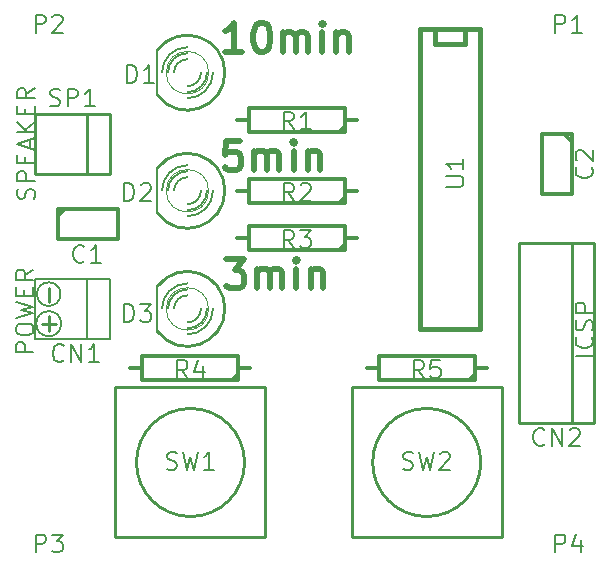
<source format=gto>
G04 (created by PCBNEW (2013-07-07 BZR 4022)-stable) date 2015/03/10 23:42:26*
%MOIN*%
G04 Gerber Fmt 3.4, Leading zero omitted, Abs format*
%FSLAX34Y34*%
G01*
G70*
G90*
G04 APERTURE LIST*
%ADD10C,0.00629921*%
%ADD11C,0.00787402*%
%ADD12C,0.00984252*%
%ADD13C,0.019685*%
%ADD14C,0.008*%
%ADD15C,0.003*%
%ADD16C,0.01*%
%ADD17C,0.006*%
%ADD18C,0.015*%
%ADD19C,0.012*%
G04 APERTURE END LIST*
G54D10*
G54D11*
X58703Y-31875D02*
X58113Y-31875D01*
X58647Y-31257D02*
X58675Y-31285D01*
X58703Y-31369D01*
X58703Y-31425D01*
X58675Y-31510D01*
X58619Y-31566D01*
X58562Y-31594D01*
X58450Y-31622D01*
X58366Y-31622D01*
X58253Y-31594D01*
X58197Y-31566D01*
X58141Y-31510D01*
X58113Y-31425D01*
X58113Y-31369D01*
X58141Y-31285D01*
X58169Y-31257D01*
X58675Y-31032D02*
X58703Y-30947D01*
X58703Y-30807D01*
X58675Y-30750D01*
X58647Y-30722D01*
X58591Y-30694D01*
X58534Y-30694D01*
X58478Y-30722D01*
X58450Y-30750D01*
X58422Y-30807D01*
X58394Y-30919D01*
X58366Y-30975D01*
X58338Y-31003D01*
X58281Y-31032D01*
X58225Y-31032D01*
X58169Y-31003D01*
X58141Y-30975D01*
X58113Y-30919D01*
X58113Y-30778D01*
X58141Y-30694D01*
X58703Y-30441D02*
X58113Y-30441D01*
X58113Y-30216D01*
X58141Y-30160D01*
X58169Y-30132D01*
X58225Y-30104D01*
X58309Y-30104D01*
X58366Y-30132D01*
X58394Y-30160D01*
X58422Y-30216D01*
X58422Y-30441D01*
X40053Y-26645D02*
X40081Y-26560D01*
X40081Y-26420D01*
X40053Y-26363D01*
X40025Y-26335D01*
X39969Y-26307D01*
X39912Y-26307D01*
X39856Y-26335D01*
X39828Y-26363D01*
X39800Y-26420D01*
X39772Y-26532D01*
X39744Y-26588D01*
X39715Y-26616D01*
X39659Y-26645D01*
X39603Y-26645D01*
X39547Y-26616D01*
X39519Y-26588D01*
X39491Y-26532D01*
X39491Y-26392D01*
X39519Y-26307D01*
X40081Y-26054D02*
X39491Y-26054D01*
X39491Y-25829D01*
X39519Y-25773D01*
X39547Y-25745D01*
X39603Y-25717D01*
X39687Y-25717D01*
X39744Y-25745D01*
X39772Y-25773D01*
X39800Y-25829D01*
X39800Y-26054D01*
X39772Y-25464D02*
X39772Y-25267D01*
X40081Y-25182D02*
X40081Y-25464D01*
X39491Y-25464D01*
X39491Y-25182D01*
X39912Y-24957D02*
X39912Y-24676D01*
X40081Y-25014D02*
X39491Y-24817D01*
X40081Y-24620D01*
X40081Y-24423D02*
X39491Y-24423D01*
X40081Y-24086D02*
X39744Y-24339D01*
X39491Y-24086D02*
X39828Y-24423D01*
X39772Y-23832D02*
X39772Y-23636D01*
X40081Y-23551D02*
X40081Y-23832D01*
X39491Y-23832D01*
X39491Y-23551D01*
X40081Y-22961D02*
X39800Y-23158D01*
X40081Y-23298D02*
X39491Y-23298D01*
X39491Y-23073D01*
X39519Y-23017D01*
X39547Y-22989D01*
X39603Y-22961D01*
X39687Y-22961D01*
X39744Y-22989D01*
X39772Y-23017D01*
X39800Y-23073D01*
X39800Y-23298D01*
X40042Y-31757D02*
X39451Y-31757D01*
X39451Y-31532D01*
X39479Y-31476D01*
X39507Y-31448D01*
X39564Y-31420D01*
X39648Y-31420D01*
X39704Y-31448D01*
X39732Y-31476D01*
X39760Y-31532D01*
X39760Y-31757D01*
X39451Y-31054D02*
X39451Y-30942D01*
X39479Y-30885D01*
X39535Y-30829D01*
X39648Y-30801D01*
X39845Y-30801D01*
X39957Y-30829D01*
X40014Y-30885D01*
X40042Y-30942D01*
X40042Y-31054D01*
X40014Y-31110D01*
X39957Y-31167D01*
X39845Y-31195D01*
X39648Y-31195D01*
X39535Y-31167D01*
X39479Y-31110D01*
X39451Y-31054D01*
X39451Y-30604D02*
X40042Y-30464D01*
X39620Y-30351D01*
X40042Y-30239D01*
X39451Y-30098D01*
X39732Y-29873D02*
X39732Y-29676D01*
X40042Y-29592D02*
X40042Y-29873D01*
X39451Y-29873D01*
X39451Y-29592D01*
X40042Y-29001D02*
X39760Y-29198D01*
X40042Y-29339D02*
X39451Y-29339D01*
X39451Y-29114D01*
X39479Y-29057D01*
X39507Y-29029D01*
X39564Y-29001D01*
X39648Y-29001D01*
X39704Y-29029D01*
X39732Y-29057D01*
X39760Y-29114D01*
X39760Y-29339D01*
X41048Y-32033D02*
X41020Y-32061D01*
X40936Y-32089D01*
X40880Y-32089D01*
X40795Y-32061D01*
X40739Y-32005D01*
X40711Y-31948D01*
X40683Y-31836D01*
X40683Y-31751D01*
X40711Y-31639D01*
X40739Y-31583D01*
X40795Y-31526D01*
X40880Y-31498D01*
X40936Y-31498D01*
X41020Y-31526D01*
X41048Y-31555D01*
X41302Y-32089D02*
X41302Y-31498D01*
X41639Y-32089D01*
X41639Y-31498D01*
X42230Y-32089D02*
X41892Y-32089D01*
X42061Y-32089D02*
X42061Y-31498D01*
X42005Y-31583D01*
X41948Y-31639D01*
X41892Y-31667D01*
X41830Y-29311D02*
X41830Y-31318D01*
X40078Y-31299D02*
X40078Y-29311D01*
X40098Y-31318D02*
X40078Y-31299D01*
X42598Y-31318D02*
X40098Y-31318D01*
X42598Y-29330D02*
X42598Y-31318D01*
X40098Y-29311D02*
X42598Y-29311D01*
X40944Y-29822D02*
G75*
G03X40944Y-29822I-393J0D01*
G74*
G01*
X40968Y-30807D02*
G75*
G03X40968Y-30807I-417J0D01*
G74*
G01*
G54D12*
X40566Y-30082D02*
X40566Y-29602D01*
X40311Y-30802D02*
X40791Y-30802D01*
X40551Y-31042D02*
X40551Y-30562D01*
G54D13*
X46466Y-28646D02*
X47075Y-28646D01*
X46747Y-29021D01*
X46887Y-29021D01*
X46981Y-29068D01*
X47028Y-29115D01*
X47075Y-29208D01*
X47075Y-29443D01*
X47028Y-29536D01*
X46981Y-29583D01*
X46887Y-29630D01*
X46606Y-29630D01*
X46512Y-29583D01*
X46466Y-29536D01*
X47497Y-29630D02*
X47497Y-28974D01*
X47497Y-29068D02*
X47544Y-29021D01*
X47637Y-28974D01*
X47778Y-28974D01*
X47872Y-29021D01*
X47919Y-29115D01*
X47919Y-29630D01*
X47919Y-29115D02*
X47965Y-29021D01*
X48059Y-28974D01*
X48200Y-28974D01*
X48293Y-29021D01*
X48340Y-29115D01*
X48340Y-29630D01*
X48809Y-29630D02*
X48809Y-28974D01*
X48809Y-28646D02*
X48762Y-28693D01*
X48809Y-28740D01*
X48856Y-28693D01*
X48809Y-28646D01*
X48809Y-28740D01*
X49278Y-28974D02*
X49278Y-29630D01*
X49278Y-29068D02*
X49325Y-29021D01*
X49418Y-28974D01*
X49559Y-28974D01*
X49653Y-29021D01*
X49700Y-29115D01*
X49700Y-29630D01*
X46930Y-24709D02*
X46461Y-24709D01*
X46414Y-25178D01*
X46461Y-25131D01*
X46555Y-25084D01*
X46789Y-25084D01*
X46883Y-25131D01*
X46930Y-25178D01*
X46976Y-25271D01*
X46976Y-25506D01*
X46930Y-25599D01*
X46883Y-25646D01*
X46789Y-25693D01*
X46555Y-25693D01*
X46461Y-25646D01*
X46414Y-25599D01*
X47398Y-25693D02*
X47398Y-25037D01*
X47398Y-25131D02*
X47445Y-25084D01*
X47539Y-25037D01*
X47679Y-25037D01*
X47773Y-25084D01*
X47820Y-25178D01*
X47820Y-25693D01*
X47820Y-25178D02*
X47867Y-25084D01*
X47961Y-25037D01*
X48101Y-25037D01*
X48195Y-25084D01*
X48242Y-25178D01*
X48242Y-25693D01*
X48711Y-25693D02*
X48711Y-25037D01*
X48711Y-24709D02*
X48664Y-24756D01*
X48711Y-24803D01*
X48757Y-24756D01*
X48711Y-24709D01*
X48711Y-24803D01*
X49179Y-25037D02*
X49179Y-25693D01*
X49179Y-25131D02*
X49226Y-25084D01*
X49320Y-25037D01*
X49461Y-25037D01*
X49554Y-25084D01*
X49601Y-25178D01*
X49601Y-25693D01*
X47000Y-21756D02*
X46437Y-21756D01*
X46719Y-21756D02*
X46719Y-20772D01*
X46625Y-20913D01*
X46531Y-21006D01*
X46437Y-21053D01*
X47609Y-20772D02*
X47703Y-20772D01*
X47797Y-20819D01*
X47844Y-20866D01*
X47890Y-20959D01*
X47937Y-21147D01*
X47937Y-21381D01*
X47890Y-21569D01*
X47844Y-21662D01*
X47797Y-21709D01*
X47703Y-21756D01*
X47609Y-21756D01*
X47515Y-21709D01*
X47469Y-21662D01*
X47422Y-21569D01*
X47375Y-21381D01*
X47375Y-21147D01*
X47422Y-20959D01*
X47469Y-20866D01*
X47515Y-20819D01*
X47609Y-20772D01*
X48359Y-21756D02*
X48359Y-21100D01*
X48359Y-21194D02*
X48406Y-21147D01*
X48500Y-21100D01*
X48640Y-21100D01*
X48734Y-21147D01*
X48781Y-21241D01*
X48781Y-21756D01*
X48781Y-21241D02*
X48828Y-21147D01*
X48922Y-21100D01*
X49062Y-21100D01*
X49156Y-21147D01*
X49203Y-21241D01*
X49203Y-21756D01*
X49671Y-21756D02*
X49671Y-21100D01*
X49671Y-20772D02*
X49625Y-20819D01*
X49671Y-20866D01*
X49718Y-20819D01*
X49671Y-20772D01*
X49671Y-20866D01*
X50140Y-21100D02*
X50140Y-21756D01*
X50140Y-21194D02*
X50187Y-21147D01*
X50281Y-21100D01*
X50421Y-21100D01*
X50515Y-21147D01*
X50562Y-21241D01*
X50562Y-21756D01*
G54D14*
X44155Y-29564D02*
X44155Y-31064D01*
G54D15*
X45882Y-30314D02*
G75*
G03X45882Y-30314I-707J0D01*
G74*
G01*
G54D16*
X44175Y-31065D02*
G75*
G03X44175Y-29564I999J750D01*
G74*
G01*
G54D17*
X45175Y-30764D02*
G75*
G03X45625Y-30314I0J450D01*
G74*
G01*
X45175Y-29864D02*
G75*
G03X44725Y-30314I0J-450D01*
G74*
G01*
X45175Y-30964D02*
G75*
G03X45825Y-30314I0J650D01*
G74*
G01*
X45175Y-29664D02*
G75*
G03X44525Y-30314I0J-650D01*
G74*
G01*
X45175Y-31164D02*
G75*
G03X46025Y-30314I0J850D01*
G74*
G01*
X45175Y-29464D02*
G75*
G03X44325Y-30314I0J-850D01*
G74*
G01*
G54D14*
X44155Y-25627D02*
X44155Y-27127D01*
G54D15*
X45882Y-26377D02*
G75*
G03X45882Y-26377I-707J0D01*
G74*
G01*
G54D16*
X44175Y-27128D02*
G75*
G03X44175Y-25627I999J750D01*
G74*
G01*
G54D17*
X45175Y-26827D02*
G75*
G03X45625Y-26377I0J450D01*
G74*
G01*
X45175Y-25927D02*
G75*
G03X44725Y-26377I0J-450D01*
G74*
G01*
X45175Y-27027D02*
G75*
G03X45825Y-26377I0J650D01*
G74*
G01*
X45175Y-25727D02*
G75*
G03X44525Y-26377I0J-650D01*
G74*
G01*
X45175Y-27227D02*
G75*
G03X46025Y-26377I0J850D01*
G74*
G01*
X45175Y-25527D02*
G75*
G03X44325Y-26377I0J-850D01*
G74*
G01*
G54D14*
X44155Y-21690D02*
X44155Y-23190D01*
G54D15*
X45882Y-22440D02*
G75*
G03X45882Y-22440I-707J0D01*
G74*
G01*
G54D16*
X44175Y-23191D02*
G75*
G03X44175Y-21690I999J750D01*
G74*
G01*
G54D17*
X45175Y-22890D02*
G75*
G03X45625Y-22440I0J450D01*
G74*
G01*
X45175Y-21990D02*
G75*
G03X44725Y-22440I0J-450D01*
G74*
G01*
X45175Y-23090D02*
G75*
G03X45825Y-22440I0J650D01*
G74*
G01*
X45175Y-21790D02*
G75*
G03X44525Y-22440I0J-650D01*
G74*
G01*
X45175Y-23290D02*
G75*
G03X46025Y-22440I0J850D01*
G74*
G01*
X45175Y-21590D02*
G75*
G03X44325Y-22440I0J-850D01*
G74*
G01*
G54D16*
X54952Y-35433D02*
G75*
G03X54952Y-35433I-1802J0D01*
G74*
G01*
X50649Y-32933D02*
X55649Y-32933D01*
X55649Y-32933D02*
X55649Y-37933D01*
X55649Y-37933D02*
X50649Y-37933D01*
X50649Y-37933D02*
X50649Y-32933D01*
X47078Y-35433D02*
G75*
G03X47078Y-35433I-1802J0D01*
G74*
G01*
X42775Y-32933D02*
X47775Y-32933D01*
X47775Y-32933D02*
X47775Y-37933D01*
X47775Y-37933D02*
X42775Y-37933D01*
X42775Y-37933D02*
X42775Y-32933D01*
G54D18*
X54437Y-20984D02*
X54437Y-21484D01*
X54437Y-21484D02*
X53437Y-21484D01*
X53437Y-21484D02*
X53437Y-20984D01*
X54937Y-20984D02*
X54937Y-30984D01*
X54937Y-30984D02*
X52937Y-30984D01*
X52937Y-30984D02*
X52937Y-20984D01*
X52937Y-20984D02*
X54937Y-20984D01*
G54D19*
X47275Y-32283D02*
X46875Y-32283D01*
X46875Y-32283D02*
X46875Y-32683D01*
X46875Y-32683D02*
X43675Y-32683D01*
X43675Y-32683D02*
X43675Y-31883D01*
X43675Y-31883D02*
X46875Y-31883D01*
X46875Y-31883D02*
X46875Y-32283D01*
X46875Y-32483D02*
X46675Y-32683D01*
X43275Y-32283D02*
X43675Y-32283D01*
X55149Y-32283D02*
X54749Y-32283D01*
X54749Y-32283D02*
X54749Y-32683D01*
X54749Y-32683D02*
X51549Y-32683D01*
X51549Y-32683D02*
X51549Y-31883D01*
X51549Y-31883D02*
X54749Y-31883D01*
X54749Y-31883D02*
X54749Y-32283D01*
X54749Y-32483D02*
X54549Y-32683D01*
X51149Y-32283D02*
X51549Y-32283D01*
X50818Y-27952D02*
X50418Y-27952D01*
X50418Y-27952D02*
X50418Y-28352D01*
X50418Y-28352D02*
X47218Y-28352D01*
X47218Y-28352D02*
X47218Y-27552D01*
X47218Y-27552D02*
X50418Y-27552D01*
X50418Y-27552D02*
X50418Y-27952D01*
X50418Y-28152D02*
X50218Y-28352D01*
X46818Y-27952D02*
X47218Y-27952D01*
X50818Y-26377D02*
X50418Y-26377D01*
X50418Y-26377D02*
X50418Y-26777D01*
X50418Y-26777D02*
X47218Y-26777D01*
X47218Y-26777D02*
X47218Y-25977D01*
X47218Y-25977D02*
X50418Y-25977D01*
X50418Y-25977D02*
X50418Y-26377D01*
X50418Y-26577D02*
X50218Y-26777D01*
X46818Y-26377D02*
X47218Y-26377D01*
X50818Y-24015D02*
X50418Y-24015D01*
X50418Y-24015D02*
X50418Y-24415D01*
X50418Y-24415D02*
X47218Y-24415D01*
X47218Y-24415D02*
X47218Y-23615D01*
X47218Y-23615D02*
X50418Y-23615D01*
X50418Y-23615D02*
X50418Y-24015D01*
X50418Y-24215D02*
X50218Y-24415D01*
X46818Y-24015D02*
X47218Y-24015D01*
X57980Y-24512D02*
X57980Y-26492D01*
X57980Y-26492D02*
X56980Y-26492D01*
X56980Y-26492D02*
X56980Y-24492D01*
X56980Y-24492D02*
X57980Y-24492D01*
X57730Y-24492D02*
X57980Y-24742D01*
X40870Y-26980D02*
X42850Y-26980D01*
X42850Y-26980D02*
X42850Y-27980D01*
X42850Y-27980D02*
X40850Y-27980D01*
X40850Y-27980D02*
X40850Y-26980D01*
X40850Y-27230D02*
X41100Y-26980D01*
G54D16*
X56230Y-31102D02*
X56230Y-34102D01*
X57980Y-31102D02*
X57980Y-34102D01*
X58730Y-31102D02*
X58730Y-34102D01*
X58730Y-28102D02*
X56230Y-28102D01*
X58730Y-34102D02*
X56230Y-34102D01*
X57980Y-31102D02*
X57980Y-28102D01*
X58730Y-28102D02*
X58730Y-31102D01*
X56230Y-31102D02*
X56230Y-28102D01*
X41838Y-25803D02*
X41838Y-23803D01*
X40088Y-25803D02*
X40088Y-23803D01*
X42588Y-23803D02*
X42588Y-25803D01*
X42588Y-23803D02*
X40088Y-23803D01*
X42588Y-25803D02*
X40088Y-25803D01*
G54D11*
X43068Y-30750D02*
X43068Y-30160D01*
X43208Y-30160D01*
X43293Y-30188D01*
X43349Y-30244D01*
X43377Y-30300D01*
X43405Y-30413D01*
X43405Y-30497D01*
X43377Y-30610D01*
X43349Y-30666D01*
X43293Y-30722D01*
X43208Y-30750D01*
X43068Y-30750D01*
X43602Y-30160D02*
X43967Y-30160D01*
X43771Y-30385D01*
X43855Y-30385D01*
X43911Y-30413D01*
X43939Y-30441D01*
X43967Y-30497D01*
X43967Y-30638D01*
X43939Y-30694D01*
X43911Y-30722D01*
X43855Y-30750D01*
X43686Y-30750D01*
X43630Y-30722D01*
X43602Y-30694D01*
X43068Y-26715D02*
X43068Y-26124D01*
X43208Y-26124D01*
X43293Y-26152D01*
X43349Y-26209D01*
X43377Y-26265D01*
X43405Y-26377D01*
X43405Y-26462D01*
X43377Y-26574D01*
X43349Y-26631D01*
X43293Y-26687D01*
X43208Y-26715D01*
X43068Y-26715D01*
X43630Y-26181D02*
X43658Y-26152D01*
X43714Y-26124D01*
X43855Y-26124D01*
X43911Y-26152D01*
X43939Y-26181D01*
X43967Y-26237D01*
X43967Y-26293D01*
X43939Y-26377D01*
X43602Y-26715D01*
X43967Y-26715D01*
X43166Y-22778D02*
X43166Y-22187D01*
X43307Y-22187D01*
X43391Y-22215D01*
X43447Y-22272D01*
X43475Y-22328D01*
X43503Y-22440D01*
X43503Y-22525D01*
X43475Y-22637D01*
X43447Y-22694D01*
X43391Y-22750D01*
X43307Y-22778D01*
X43166Y-22778D01*
X44066Y-22778D02*
X43728Y-22778D01*
X43897Y-22778D02*
X43897Y-22187D01*
X43841Y-22272D01*
X43785Y-22328D01*
X43728Y-22356D01*
X52362Y-35643D02*
X52446Y-35672D01*
X52587Y-35672D01*
X52643Y-35643D01*
X52671Y-35615D01*
X52699Y-35559D01*
X52699Y-35503D01*
X52671Y-35447D01*
X52643Y-35419D01*
X52587Y-35390D01*
X52474Y-35362D01*
X52418Y-35334D01*
X52390Y-35306D01*
X52362Y-35250D01*
X52362Y-35194D01*
X52390Y-35137D01*
X52418Y-35109D01*
X52474Y-35081D01*
X52615Y-35081D01*
X52699Y-35109D01*
X52896Y-35081D02*
X53037Y-35672D01*
X53149Y-35250D01*
X53262Y-35672D01*
X53402Y-35081D01*
X53599Y-35137D02*
X53627Y-35109D01*
X53683Y-35081D01*
X53824Y-35081D01*
X53880Y-35109D01*
X53908Y-35137D01*
X53937Y-35194D01*
X53937Y-35250D01*
X53908Y-35334D01*
X53571Y-35672D01*
X53937Y-35672D01*
X44488Y-35643D02*
X44572Y-35672D01*
X44713Y-35672D01*
X44769Y-35643D01*
X44797Y-35615D01*
X44825Y-35559D01*
X44825Y-35503D01*
X44797Y-35447D01*
X44769Y-35419D01*
X44713Y-35390D01*
X44600Y-35362D01*
X44544Y-35334D01*
X44516Y-35306D01*
X44488Y-35250D01*
X44488Y-35194D01*
X44516Y-35137D01*
X44544Y-35109D01*
X44600Y-35081D01*
X44741Y-35081D01*
X44825Y-35109D01*
X45022Y-35081D02*
X45163Y-35672D01*
X45275Y-35250D01*
X45388Y-35672D01*
X45528Y-35081D01*
X46062Y-35672D02*
X45725Y-35672D01*
X45894Y-35672D02*
X45894Y-35081D01*
X45838Y-35165D01*
X45781Y-35222D01*
X45725Y-35250D01*
X40115Y-38428D02*
X40115Y-37837D01*
X40340Y-37837D01*
X40396Y-37865D01*
X40424Y-37893D01*
X40452Y-37949D01*
X40452Y-38034D01*
X40424Y-38090D01*
X40396Y-38118D01*
X40340Y-38146D01*
X40115Y-38146D01*
X40649Y-37837D02*
X41015Y-37837D01*
X40818Y-38062D01*
X40902Y-38062D01*
X40958Y-38090D01*
X40987Y-38118D01*
X41015Y-38174D01*
X41015Y-38315D01*
X40987Y-38371D01*
X40958Y-38399D01*
X40902Y-38428D01*
X40733Y-38428D01*
X40677Y-38399D01*
X40649Y-38371D01*
X57438Y-38428D02*
X57438Y-37837D01*
X57663Y-37837D01*
X57719Y-37865D01*
X57747Y-37893D01*
X57775Y-37949D01*
X57775Y-38034D01*
X57747Y-38090D01*
X57719Y-38118D01*
X57663Y-38146D01*
X57438Y-38146D01*
X58281Y-38034D02*
X58281Y-38428D01*
X58141Y-37809D02*
X58000Y-38231D01*
X58366Y-38231D01*
X40115Y-21105D02*
X40115Y-20514D01*
X40340Y-20514D01*
X40396Y-20542D01*
X40424Y-20570D01*
X40452Y-20627D01*
X40452Y-20711D01*
X40424Y-20767D01*
X40396Y-20795D01*
X40340Y-20823D01*
X40115Y-20823D01*
X40677Y-20570D02*
X40705Y-20542D01*
X40762Y-20514D01*
X40902Y-20514D01*
X40958Y-20542D01*
X40987Y-20570D01*
X41015Y-20627D01*
X41015Y-20683D01*
X40987Y-20767D01*
X40649Y-21105D01*
X41015Y-21105D01*
X57438Y-21105D02*
X57438Y-20514D01*
X57663Y-20514D01*
X57719Y-20542D01*
X57747Y-20570D01*
X57775Y-20627D01*
X57775Y-20711D01*
X57747Y-20767D01*
X57719Y-20795D01*
X57663Y-20823D01*
X57438Y-20823D01*
X58338Y-21105D02*
X58000Y-21105D01*
X58169Y-21105D02*
X58169Y-20514D01*
X58113Y-20598D01*
X58056Y-20655D01*
X58000Y-20683D01*
X53782Y-26237D02*
X54260Y-26237D01*
X54316Y-26209D01*
X54344Y-26181D01*
X54372Y-26124D01*
X54372Y-26012D01*
X54344Y-25956D01*
X54316Y-25928D01*
X54260Y-25899D01*
X53782Y-25899D01*
X54372Y-25309D02*
X54372Y-25646D01*
X54372Y-25478D02*
X53782Y-25478D01*
X53866Y-25534D01*
X53922Y-25590D01*
X53951Y-25646D01*
X45177Y-32620D02*
X44980Y-32339D01*
X44839Y-32620D02*
X44839Y-32030D01*
X45064Y-32030D01*
X45120Y-32058D01*
X45149Y-32086D01*
X45177Y-32142D01*
X45177Y-32227D01*
X45149Y-32283D01*
X45120Y-32311D01*
X45064Y-32339D01*
X44839Y-32339D01*
X45683Y-32227D02*
X45683Y-32620D01*
X45542Y-32002D02*
X45402Y-32424D01*
X45767Y-32424D01*
X53051Y-32620D02*
X52854Y-32339D01*
X52713Y-32620D02*
X52713Y-32030D01*
X52938Y-32030D01*
X52994Y-32058D01*
X53023Y-32086D01*
X53051Y-32142D01*
X53051Y-32227D01*
X53023Y-32283D01*
X52994Y-32311D01*
X52938Y-32339D01*
X52713Y-32339D01*
X53585Y-32030D02*
X53304Y-32030D01*
X53276Y-32311D01*
X53304Y-32283D01*
X53360Y-32255D01*
X53501Y-32255D01*
X53557Y-32283D01*
X53585Y-32311D01*
X53613Y-32367D01*
X53613Y-32508D01*
X53585Y-32564D01*
X53557Y-32592D01*
X53501Y-32620D01*
X53360Y-32620D01*
X53304Y-32592D01*
X53276Y-32564D01*
X48720Y-28290D02*
X48523Y-28008D01*
X48383Y-28290D02*
X48383Y-27699D01*
X48607Y-27699D01*
X48664Y-27727D01*
X48692Y-27755D01*
X48720Y-27812D01*
X48720Y-27896D01*
X48692Y-27952D01*
X48664Y-27980D01*
X48607Y-28008D01*
X48383Y-28008D01*
X48917Y-27699D02*
X49282Y-27699D01*
X49086Y-27924D01*
X49170Y-27924D01*
X49226Y-27952D01*
X49254Y-27980D01*
X49282Y-28037D01*
X49282Y-28177D01*
X49254Y-28233D01*
X49226Y-28262D01*
X49170Y-28290D01*
X49001Y-28290D01*
X48945Y-28262D01*
X48917Y-28233D01*
X48720Y-26715D02*
X48523Y-26434D01*
X48383Y-26715D02*
X48383Y-26124D01*
X48607Y-26124D01*
X48664Y-26152D01*
X48692Y-26181D01*
X48720Y-26237D01*
X48720Y-26321D01*
X48692Y-26377D01*
X48664Y-26406D01*
X48607Y-26434D01*
X48383Y-26434D01*
X48945Y-26181D02*
X48973Y-26152D01*
X49029Y-26124D01*
X49170Y-26124D01*
X49226Y-26152D01*
X49254Y-26181D01*
X49282Y-26237D01*
X49282Y-26293D01*
X49254Y-26377D01*
X48917Y-26715D01*
X49282Y-26715D01*
X48720Y-24333D02*
X48523Y-24052D01*
X48383Y-24333D02*
X48383Y-23742D01*
X48607Y-23742D01*
X48664Y-23771D01*
X48692Y-23799D01*
X48720Y-23855D01*
X48720Y-23939D01*
X48692Y-23996D01*
X48664Y-24024D01*
X48607Y-24052D01*
X48383Y-24052D01*
X49282Y-24333D02*
X48945Y-24333D01*
X49114Y-24333D02*
X49114Y-23742D01*
X49057Y-23827D01*
X49001Y-23883D01*
X48945Y-23911D01*
X58647Y-25590D02*
X58675Y-25618D01*
X58703Y-25703D01*
X58703Y-25759D01*
X58675Y-25843D01*
X58619Y-25899D01*
X58562Y-25928D01*
X58450Y-25956D01*
X58366Y-25956D01*
X58253Y-25928D01*
X58197Y-25899D01*
X58141Y-25843D01*
X58113Y-25759D01*
X58113Y-25703D01*
X58141Y-25618D01*
X58169Y-25590D01*
X58169Y-25365D02*
X58141Y-25337D01*
X58113Y-25281D01*
X58113Y-25140D01*
X58141Y-25084D01*
X58169Y-25056D01*
X58225Y-25028D01*
X58281Y-25028D01*
X58366Y-25056D01*
X58703Y-25393D01*
X58703Y-25028D01*
X41732Y-28726D02*
X41704Y-28754D01*
X41619Y-28782D01*
X41563Y-28782D01*
X41479Y-28754D01*
X41422Y-28697D01*
X41394Y-28641D01*
X41366Y-28529D01*
X41366Y-28444D01*
X41394Y-28332D01*
X41422Y-28276D01*
X41479Y-28219D01*
X41563Y-28191D01*
X41619Y-28191D01*
X41704Y-28219D01*
X41732Y-28248D01*
X42294Y-28782D02*
X41957Y-28782D01*
X42125Y-28782D02*
X42125Y-28191D01*
X42069Y-28276D01*
X42013Y-28332D01*
X41957Y-28360D01*
X57072Y-34828D02*
X57044Y-34856D01*
X56960Y-34884D01*
X56903Y-34884D01*
X56819Y-34856D01*
X56763Y-34800D01*
X56735Y-34744D01*
X56706Y-34631D01*
X56706Y-34547D01*
X56735Y-34434D01*
X56763Y-34378D01*
X56819Y-34322D01*
X56903Y-34294D01*
X56960Y-34294D01*
X57044Y-34322D01*
X57072Y-34350D01*
X57325Y-34884D02*
X57325Y-34294D01*
X57663Y-34884D01*
X57663Y-34294D01*
X57916Y-34350D02*
X57944Y-34322D01*
X58000Y-34294D01*
X58141Y-34294D01*
X58197Y-34322D01*
X58225Y-34350D01*
X58253Y-34406D01*
X58253Y-34462D01*
X58225Y-34547D01*
X57888Y-34884D01*
X58253Y-34884D01*
X40593Y-23537D02*
X40677Y-23565D01*
X40818Y-23565D01*
X40874Y-23537D01*
X40902Y-23509D01*
X40930Y-23453D01*
X40930Y-23397D01*
X40902Y-23340D01*
X40874Y-23312D01*
X40818Y-23284D01*
X40705Y-23256D01*
X40649Y-23228D01*
X40621Y-23200D01*
X40593Y-23143D01*
X40593Y-23087D01*
X40621Y-23031D01*
X40649Y-23003D01*
X40705Y-22975D01*
X40846Y-22975D01*
X40930Y-23003D01*
X41183Y-23565D02*
X41183Y-22975D01*
X41408Y-22975D01*
X41465Y-23003D01*
X41493Y-23031D01*
X41521Y-23087D01*
X41521Y-23172D01*
X41493Y-23228D01*
X41465Y-23256D01*
X41408Y-23284D01*
X41183Y-23284D01*
X42083Y-23565D02*
X41746Y-23565D01*
X41915Y-23565D02*
X41915Y-22975D01*
X41858Y-23059D01*
X41802Y-23115D01*
X41746Y-23143D01*
M02*

</source>
